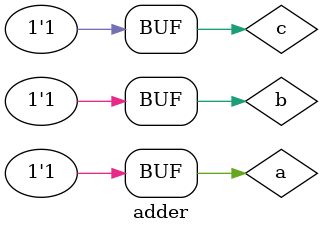
<source format=v>
module adder();
reg a,b,c;
wire s,cout;

fulladder f1(s,cout,a,b,c);
initial
begin
a=1;
b=1;
c=1;
end

initial
begin
$monitor($time," %b, %b, %b, %b, %b ",a,b,c,s,cout);
end

endmodule
</source>
